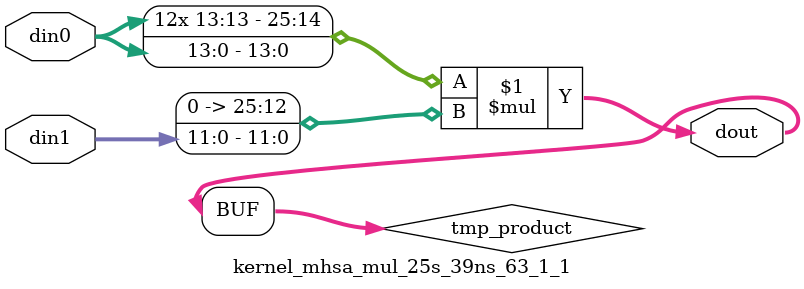
<source format=v>

`timescale 1 ns / 1 ps

 module kernel_mhsa_mul_25s_39ns_63_1_1(din0, din1, dout);
parameter ID = 1;
parameter NUM_STAGE = 0;
parameter din0_WIDTH = 14;
parameter din1_WIDTH = 12;
parameter dout_WIDTH = 26;

input [din0_WIDTH - 1 : 0] din0; 
input [din1_WIDTH - 1 : 0] din1; 
output [dout_WIDTH - 1 : 0] dout;

wire signed [dout_WIDTH - 1 : 0] tmp_product;


























assign tmp_product = $signed(din0) * $signed({1'b0, din1});









assign dout = tmp_product;





















endmodule

</source>
